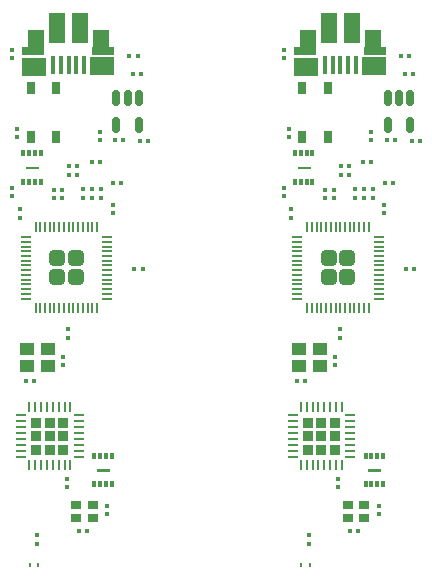
<source format=gbr>
G04 #@! TF.GenerationSoftware,KiCad,Pcbnew,7.0.7*
G04 #@! TF.CreationDate,2023-10-11T15:24:27+07:00*
G04 #@! TF.ProjectId,panel,70616e65-6c2e-46b6-9963-61645f706362,rev?*
G04 #@! TF.SameCoordinates,Original*
G04 #@! TF.FileFunction,Paste,Top*
G04 #@! TF.FilePolarity,Positive*
%FSLAX46Y46*%
G04 Gerber Fmt 4.6, Leading zero omitted, Abs format (unit mm)*
G04 Created by KiCad (PCBNEW 7.0.7) date 2023-10-11 15:24:27*
%MOMM*%
%LPD*%
G01*
G04 APERTURE LIST*
G04 Aperture macros list*
%AMRoundRect*
0 Rectangle with rounded corners*
0 $1 Rounding radius*
0 $2 $3 $4 $5 $6 $7 $8 $9 X,Y pos of 4 corners*
0 Add a 4 corners polygon primitive as box body*
4,1,4,$2,$3,$4,$5,$6,$7,$8,$9,$2,$3,0*
0 Add four circle primitives for the rounded corners*
1,1,$1+$1,$2,$3*
1,1,$1+$1,$4,$5*
1,1,$1+$1,$6,$7*
1,1,$1+$1,$8,$9*
0 Add four rect primitives between the rounded corners*
20,1,$1+$1,$2,$3,$4,$5,0*
20,1,$1+$1,$4,$5,$6,$7,0*
20,1,$1+$1,$6,$7,$8,$9,0*
20,1,$1+$1,$8,$9,$2,$3,0*%
G04 Aperture macros list end*
%ADD10C,0.010000*%
%ADD11RoundRect,0.079500X0.100500X-0.079500X0.100500X0.079500X-0.100500X0.079500X-0.100500X-0.079500X0*%
%ADD12RoundRect,0.079500X0.079500X0.100500X-0.079500X0.100500X-0.079500X-0.100500X0.079500X-0.100500X0*%
%ADD13RoundRect,0.079500X-0.100500X0.079500X-0.100500X-0.079500X0.100500X-0.079500X0.100500X0.079500X0*%
%ADD14RoundRect,0.150000X-0.150000X0.512500X-0.150000X-0.512500X0.150000X-0.512500X0.150000X0.512500X0*%
%ADD15RoundRect,0.079500X-0.079500X-0.100500X0.079500X-0.100500X0.079500X0.100500X-0.079500X0.100500X0*%
%ADD16RoundRect,0.014000X0.161000X-0.231000X0.161000X0.231000X-0.161000X0.231000X-0.161000X-0.231000X0*%
%ADD17R,0.900000X0.800000*%
%ADD18R,0.400000X1.650000*%
%ADD19R,1.825000X0.700000*%
%ADD20R,2.000000X1.500000*%
%ADD21R,1.350000X2.000000*%
%ADD22R,1.430000X2.500000*%
%ADD23R,0.650000X1.050000*%
%ADD24RoundRect,0.232500X0.232500X0.232500X-0.232500X0.232500X-0.232500X-0.232500X0.232500X-0.232500X0*%
%ADD25RoundRect,0.062500X0.375000X0.062500X-0.375000X0.062500X-0.375000X-0.062500X0.375000X-0.062500X0*%
%ADD26RoundRect,0.062500X0.062500X0.375000X-0.062500X0.375000X-0.062500X-0.375000X0.062500X-0.375000X0*%
%ADD27R,1.150000X1.000000*%
%ADD28R,0.200000X0.400000*%
%ADD29RoundRect,0.249999X-0.395001X-0.395001X0.395001X-0.395001X0.395001X0.395001X-0.395001X0.395001X0*%
%ADD30RoundRect,0.050000X-0.387500X-0.050000X0.387500X-0.050000X0.387500X0.050000X-0.387500X0.050000X0*%
%ADD31RoundRect,0.050000X-0.050000X-0.387500X0.050000X-0.387500X0.050000X0.387500X-0.050000X0.387500X0*%
G04 APERTURE END LIST*
G04 #@! TO.C,U5*
D10*
X140460000Y-65980000D02*
X139440000Y-65980000D01*
X139440000Y-65860000D01*
X140460000Y-65860000D01*
X140460000Y-65980000D01*
G36*
X140460000Y-65980000D02*
G01*
X139440000Y-65980000D01*
X139440000Y-65860000D01*
X140460000Y-65860000D01*
X140460000Y-65980000D01*
G37*
G04 #@! TO.C,U3*
X134460000Y-40380000D02*
X133440000Y-40380000D01*
X133440000Y-40260000D01*
X134460000Y-40260000D01*
X134460000Y-40380000D01*
G36*
X134460000Y-40380000D02*
G01*
X133440000Y-40380000D01*
X133440000Y-40260000D01*
X134460000Y-40260000D01*
X134460000Y-40380000D01*
G37*
X157460000Y-40380000D02*
X156440000Y-40380000D01*
X156440000Y-40260000D01*
X157460000Y-40260000D01*
X157460000Y-40380000D01*
G36*
X157460000Y-40380000D02*
G01*
X156440000Y-40380000D01*
X156440000Y-40260000D01*
X157460000Y-40260000D01*
X157460000Y-40380000D01*
G37*
G04 #@! TO.C,U5*
X163460000Y-65980000D02*
X162440000Y-65980000D01*
X162440000Y-65860000D01*
X163460000Y-65860000D01*
X163460000Y-65980000D01*
G36*
X163460000Y-65980000D02*
G01*
X162440000Y-65980000D01*
X162440000Y-65860000D01*
X163460000Y-65860000D01*
X163460000Y-65980000D01*
G37*
G04 #@! TD*
D11*
G04 #@! TO.C,C1*
X161300000Y-42845000D03*
X161300000Y-42155000D03*
G04 #@! TD*
D12*
G04 #@! TO.C,D1*
X142900000Y-30900000D03*
X142210000Y-30900000D03*
G04 #@! TD*
D11*
G04 #@! TO.C,C9*
X159500000Y-42890000D03*
X159500000Y-42200000D03*
G04 #@! TD*
G04 #@! TO.C,D2*
X155300000Y-31065000D03*
X155300000Y-30375000D03*
G04 #@! TD*
D13*
G04 #@! TO.C,C16*
X163300000Y-68955000D03*
X163300000Y-69645000D03*
G04 #@! TD*
D14*
G04 #@! TO.C,U2*
X166000000Y-34425000D03*
X165050000Y-34425000D03*
X164100000Y-34425000D03*
X164100000Y-36700000D03*
X166000000Y-36700000D03*
G04 #@! TD*
D13*
G04 #@! TO.C,R1*
X160100000Y-40210000D03*
X160100000Y-40900000D03*
G04 #@! TD*
D15*
G04 #@! TO.C,C7*
X142635000Y-48900000D03*
X143325000Y-48900000D03*
G04 #@! TD*
D16*
G04 #@! TO.C,U5*
X139200000Y-67140000D03*
X139700000Y-67140000D03*
X140200000Y-67140000D03*
X140700000Y-67140000D03*
X140700000Y-64700000D03*
X140200000Y-64700000D03*
X139700000Y-64700000D03*
X139200000Y-64700000D03*
G04 #@! TD*
D11*
G04 #@! TO.C,C10*
X135800000Y-42890000D03*
X135800000Y-42200000D03*
G04 #@! TD*
D16*
G04 #@! TO.C,U3*
X133200000Y-41540000D03*
X133700000Y-41540000D03*
X134200000Y-41540000D03*
X134700000Y-41540000D03*
X134700000Y-39100000D03*
X134200000Y-39100000D03*
X133700000Y-39100000D03*
X133200000Y-39100000D03*
G04 #@! TD*
D11*
G04 #@! TO.C,R7*
X136900000Y-67390000D03*
X136900000Y-66700000D03*
G04 #@! TD*
D17*
G04 #@! TO.C,Y2*
X160700000Y-70000000D03*
X162100000Y-70000000D03*
X162100000Y-68900000D03*
X160700000Y-68900000D03*
G04 #@! TD*
D15*
G04 #@! TO.C,C7*
X165635000Y-48900000D03*
X166325000Y-48900000D03*
G04 #@! TD*
D11*
G04 #@! TO.C,C1*
X138300000Y-42845000D03*
X138300000Y-42155000D03*
G04 #@! TD*
D13*
G04 #@! TO.C,R5*
X155300000Y-42010000D03*
X155300000Y-42700000D03*
G04 #@! TD*
D18*
G04 #@! TO.C,J1*
X161360000Y-31650000D03*
X160710000Y-31650000D03*
X160060000Y-31650000D03*
X159410000Y-31650000D03*
X158760000Y-31650000D03*
D19*
X163010000Y-30450000D03*
D20*
X162910000Y-31750000D03*
D21*
X162790000Y-29700000D03*
D22*
X161020000Y-28500000D03*
X159100000Y-28500000D03*
D21*
X157310000Y-29700000D03*
D20*
X157160000Y-31770000D03*
D19*
X157060000Y-30450000D03*
G04 #@! TD*
D13*
G04 #@! TO.C,C16*
X140300000Y-68955000D03*
X140300000Y-69645000D03*
G04 #@! TD*
D15*
G04 #@! TO.C,C17*
X160910000Y-71100000D03*
X161600000Y-71100000D03*
G04 #@! TD*
D17*
G04 #@! TO.C,Y2*
X137700000Y-70000000D03*
X139100000Y-70000000D03*
X139100000Y-68900000D03*
X137700000Y-68900000D03*
G04 #@! TD*
D23*
G04 #@! TO.C,SW1*
X156850000Y-37725000D03*
X156850000Y-33575000D03*
X159000000Y-37725000D03*
X159000000Y-33600000D03*
G04 #@! TD*
D24*
G04 #@! TO.C,U4*
X136612500Y-64200000D03*
X136612500Y-63050000D03*
X136612500Y-61900000D03*
X135462500Y-64200000D03*
X135462500Y-63050000D03*
X135462500Y-61900000D03*
X134312500Y-64200000D03*
X134312500Y-63050000D03*
X134312500Y-61900000D03*
D25*
X137900000Y-64800000D03*
X137900000Y-64300000D03*
X137900000Y-63800000D03*
X137900000Y-63300000D03*
X137900000Y-62800000D03*
X137900000Y-62300000D03*
X137900000Y-61800000D03*
X137900000Y-61300000D03*
D26*
X137212500Y-60612500D03*
X136712500Y-60612500D03*
X136212500Y-60612500D03*
X135712500Y-60612500D03*
X135212500Y-60612500D03*
X134712500Y-60612500D03*
X134212500Y-60612500D03*
X133712500Y-60612500D03*
D25*
X133025000Y-61300000D03*
X133025000Y-61800000D03*
X133025000Y-62300000D03*
X133025000Y-62800000D03*
X133025000Y-63300000D03*
X133025000Y-63800000D03*
X133025000Y-64300000D03*
X133025000Y-64800000D03*
D26*
X133712500Y-65487500D03*
X134212500Y-65487500D03*
X134712500Y-65487500D03*
X135212500Y-65487500D03*
X135712500Y-65487500D03*
X136212500Y-65487500D03*
X136712500Y-65487500D03*
X137212500Y-65487500D03*
G04 #@! TD*
D11*
G04 #@! TO.C,C18*
X134390000Y-72140000D03*
X134390000Y-71450000D03*
G04 #@! TD*
D12*
G04 #@! TO.C,D1*
X165900000Y-30900000D03*
X165210000Y-30900000D03*
G04 #@! TD*
D27*
G04 #@! TO.C,Y1*
X156550000Y-57100000D03*
X158300000Y-57100000D03*
X158300000Y-55700000D03*
X156550000Y-55700000D03*
G04 #@! TD*
D13*
G04 #@! TO.C,C14*
X159600000Y-56310000D03*
X159600000Y-57000000D03*
G04 #@! TD*
D28*
G04 #@! TO.C,AE1*
X133765000Y-73940000D03*
X134480000Y-73940000D03*
G04 #@! TD*
D15*
G04 #@! TO.C,C11*
X163810000Y-41600000D03*
X164500000Y-41600000D03*
G04 #@! TD*
D27*
G04 #@! TO.C,Y1*
X133550000Y-57100000D03*
X135300000Y-57100000D03*
X135300000Y-55700000D03*
X133550000Y-55700000D03*
G04 #@! TD*
D28*
G04 #@! TO.C,AE1*
X156765000Y-73940000D03*
X157480000Y-73940000D03*
G04 #@! TD*
D11*
G04 #@! TO.C,R7*
X159900000Y-67390000D03*
X159900000Y-66700000D03*
G04 #@! TD*
G04 #@! TO.C,C4*
X155900000Y-44545000D03*
X155900000Y-43855000D03*
G04 #@! TD*
G04 #@! TO.C,C4*
X132900000Y-44545000D03*
X132900000Y-43855000D03*
G04 #@! TD*
G04 #@! TO.C,C3*
X139800000Y-42845000D03*
X139800000Y-42155000D03*
G04 #@! TD*
D13*
G04 #@! TO.C,C6*
X137000000Y-54010000D03*
X137000000Y-54700000D03*
G04 #@! TD*
D15*
G04 #@! TO.C,R3*
X141010000Y-38000000D03*
X141700000Y-38000000D03*
G04 #@! TD*
G04 #@! TO.C,C5*
X162010000Y-39800000D03*
X162700000Y-39800000D03*
G04 #@! TD*
D16*
G04 #@! TO.C,U3*
X156200000Y-41540000D03*
X156700000Y-41540000D03*
X157200000Y-41540000D03*
X157700000Y-41540000D03*
X157700000Y-39100000D03*
X157200000Y-39100000D03*
X156700000Y-39100000D03*
X156200000Y-39100000D03*
G04 #@! TD*
D13*
G04 #@! TO.C,R1*
X137100000Y-40210000D03*
X137100000Y-40900000D03*
G04 #@! TD*
D23*
G04 #@! TO.C,SW1*
X133850000Y-37725000D03*
X133850000Y-33575000D03*
X136000000Y-37725000D03*
X136000000Y-33600000D03*
G04 #@! TD*
D11*
G04 #@! TO.C,R4*
X139700000Y-37990000D03*
X139700000Y-37300000D03*
G04 #@! TD*
D13*
G04 #@! TO.C,C6*
X160000000Y-54010000D03*
X160000000Y-54700000D03*
G04 #@! TD*
G04 #@! TO.C,R2*
X160800000Y-40210000D03*
X160800000Y-40900000D03*
G04 #@! TD*
D11*
G04 #@! TO.C,C3*
X162800000Y-42845000D03*
X162800000Y-42155000D03*
G04 #@! TD*
D29*
G04 #@! TO.C,U1*
X136062500Y-48000000D03*
X136062500Y-49600000D03*
X137662500Y-48000000D03*
X137662500Y-49600000D03*
D30*
X133425000Y-46200000D03*
X133425000Y-46600000D03*
X133425000Y-47000000D03*
X133425000Y-47400000D03*
X133425000Y-47800000D03*
X133425000Y-48200000D03*
X133425000Y-48600000D03*
X133425000Y-49000000D03*
X133425000Y-49400000D03*
X133425000Y-49800000D03*
X133425000Y-50200000D03*
X133425000Y-50600000D03*
X133425000Y-51000000D03*
X133425000Y-51400000D03*
D31*
X134262500Y-52237500D03*
X134662500Y-52237500D03*
X135062500Y-52237500D03*
X135462500Y-52237500D03*
X135862500Y-52237500D03*
X136262500Y-52237500D03*
X136662500Y-52237500D03*
X137062500Y-52237500D03*
X137462500Y-52237500D03*
X137862500Y-52237500D03*
X138262500Y-52237500D03*
X138662500Y-52237500D03*
X139062500Y-52237500D03*
X139462500Y-52237500D03*
D30*
X140300000Y-51400000D03*
X140300000Y-51000000D03*
X140300000Y-50600000D03*
X140300000Y-50200000D03*
X140300000Y-49800000D03*
X140300000Y-49400000D03*
X140300000Y-49000000D03*
X140300000Y-48600000D03*
X140300000Y-48200000D03*
X140300000Y-47800000D03*
X140300000Y-47400000D03*
X140300000Y-47000000D03*
X140300000Y-46600000D03*
X140300000Y-46200000D03*
D31*
X139462500Y-45362500D03*
X139062500Y-45362500D03*
X138662500Y-45362500D03*
X138262500Y-45362500D03*
X137862500Y-45362500D03*
X137462500Y-45362500D03*
X137062500Y-45362500D03*
X136662500Y-45362500D03*
X136262500Y-45362500D03*
X135862500Y-45362500D03*
X135462500Y-45362500D03*
X135062500Y-45362500D03*
X134662500Y-45362500D03*
X134262500Y-45362500D03*
G04 #@! TD*
D16*
G04 #@! TO.C,U5*
X162200000Y-67140000D03*
X162700000Y-67140000D03*
X163200000Y-67140000D03*
X163700000Y-67140000D03*
X163700000Y-64700000D03*
X163200000Y-64700000D03*
X162700000Y-64700000D03*
X162200000Y-64700000D03*
G04 #@! TD*
D15*
G04 #@! TO.C,C12*
X165510000Y-32400000D03*
X166200000Y-32400000D03*
G04 #@! TD*
D11*
G04 #@! TO.C,C10*
X158800000Y-42890000D03*
X158800000Y-42200000D03*
G04 #@! TD*
G04 #@! TO.C,D2*
X132300000Y-31065000D03*
X132300000Y-30375000D03*
G04 #@! TD*
G04 #@! TO.C,C18*
X157390000Y-72140000D03*
X157390000Y-71450000D03*
G04 #@! TD*
D13*
G04 #@! TO.C,C14*
X136600000Y-56310000D03*
X136600000Y-57000000D03*
G04 #@! TD*
D11*
G04 #@! TO.C,C9*
X136500000Y-42890000D03*
X136500000Y-42200000D03*
G04 #@! TD*
D18*
G04 #@! TO.C,J1*
X138360000Y-31650000D03*
X137710000Y-31650000D03*
X137060000Y-31650000D03*
X136410000Y-31650000D03*
X135760000Y-31650000D03*
D19*
X140010000Y-30450000D03*
D20*
X139910000Y-31750000D03*
D21*
X139790000Y-29700000D03*
D22*
X138020000Y-28500000D03*
X136100000Y-28500000D03*
D21*
X134310000Y-29700000D03*
D20*
X134160000Y-31770000D03*
D19*
X134060000Y-30450000D03*
G04 #@! TD*
D13*
G04 #@! TO.C,R5*
X132300000Y-42010000D03*
X132300000Y-42700000D03*
G04 #@! TD*
D15*
G04 #@! TO.C,R3*
X164010000Y-38000000D03*
X164700000Y-38000000D03*
G04 #@! TD*
G04 #@! TO.C,C11*
X140810000Y-41600000D03*
X141500000Y-41600000D03*
G04 #@! TD*
D11*
G04 #@! TO.C,C8*
X140800000Y-44190000D03*
X140800000Y-43500000D03*
G04 #@! TD*
D15*
G04 #@! TO.C,C12*
X142510000Y-32400000D03*
X143200000Y-32400000D03*
G04 #@! TD*
D11*
G04 #@! TO.C,R4*
X162700000Y-37990000D03*
X162700000Y-37300000D03*
G04 #@! TD*
D14*
G04 #@! TO.C,U2*
X143000000Y-34425000D03*
X142050000Y-34425000D03*
X141100000Y-34425000D03*
X141100000Y-36700000D03*
X143000000Y-36700000D03*
G04 #@! TD*
D15*
G04 #@! TO.C,C15*
X133410000Y-58400000D03*
X134100000Y-58400000D03*
G04 #@! TD*
G04 #@! TO.C,C13*
X166110000Y-38100000D03*
X166800000Y-38100000D03*
G04 #@! TD*
D24*
G04 #@! TO.C,U4*
X159612500Y-64200000D03*
X159612500Y-63050000D03*
X159612500Y-61900000D03*
X158462500Y-64200000D03*
X158462500Y-63050000D03*
X158462500Y-61900000D03*
X157312500Y-64200000D03*
X157312500Y-63050000D03*
X157312500Y-61900000D03*
D25*
X160900000Y-64800000D03*
X160900000Y-64300000D03*
X160900000Y-63800000D03*
X160900000Y-63300000D03*
X160900000Y-62800000D03*
X160900000Y-62300000D03*
X160900000Y-61800000D03*
X160900000Y-61300000D03*
D26*
X160212500Y-60612500D03*
X159712500Y-60612500D03*
X159212500Y-60612500D03*
X158712500Y-60612500D03*
X158212500Y-60612500D03*
X157712500Y-60612500D03*
X157212500Y-60612500D03*
X156712500Y-60612500D03*
D25*
X156025000Y-61300000D03*
X156025000Y-61800000D03*
X156025000Y-62300000D03*
X156025000Y-62800000D03*
X156025000Y-63300000D03*
X156025000Y-63800000D03*
X156025000Y-64300000D03*
X156025000Y-64800000D03*
D26*
X156712500Y-65487500D03*
X157212500Y-65487500D03*
X157712500Y-65487500D03*
X158212500Y-65487500D03*
X158712500Y-65487500D03*
X159212500Y-65487500D03*
X159712500Y-65487500D03*
X160212500Y-65487500D03*
G04 #@! TD*
D11*
G04 #@! TO.C,C2*
X162080000Y-42845000D03*
X162080000Y-42155000D03*
G04 #@! TD*
G04 #@! TO.C,C8*
X163800000Y-44190000D03*
X163800000Y-43500000D03*
G04 #@! TD*
D15*
G04 #@! TO.C,C13*
X143110000Y-38100000D03*
X143800000Y-38100000D03*
G04 #@! TD*
G04 #@! TO.C,C17*
X137910000Y-71100000D03*
X138600000Y-71100000D03*
G04 #@! TD*
D13*
G04 #@! TO.C,R2*
X137800000Y-40210000D03*
X137800000Y-40900000D03*
G04 #@! TD*
G04 #@! TO.C,R6*
X132700000Y-37010000D03*
X132700000Y-37700000D03*
G04 #@! TD*
D15*
G04 #@! TO.C,C15*
X156410000Y-58400000D03*
X157100000Y-58400000D03*
G04 #@! TD*
G04 #@! TO.C,C5*
X139010000Y-39800000D03*
X139700000Y-39800000D03*
G04 #@! TD*
D13*
G04 #@! TO.C,R6*
X155700000Y-37010000D03*
X155700000Y-37700000D03*
G04 #@! TD*
D29*
G04 #@! TO.C,U1*
X159062500Y-48000000D03*
X159062500Y-49600000D03*
X160662500Y-48000000D03*
X160662500Y-49600000D03*
D30*
X156425000Y-46200000D03*
X156425000Y-46600000D03*
X156425000Y-47000000D03*
X156425000Y-47400000D03*
X156425000Y-47800000D03*
X156425000Y-48200000D03*
X156425000Y-48600000D03*
X156425000Y-49000000D03*
X156425000Y-49400000D03*
X156425000Y-49800000D03*
X156425000Y-50200000D03*
X156425000Y-50600000D03*
X156425000Y-51000000D03*
X156425000Y-51400000D03*
D31*
X157262500Y-52237500D03*
X157662500Y-52237500D03*
X158062500Y-52237500D03*
X158462500Y-52237500D03*
X158862500Y-52237500D03*
X159262500Y-52237500D03*
X159662500Y-52237500D03*
X160062500Y-52237500D03*
X160462500Y-52237500D03*
X160862500Y-52237500D03*
X161262500Y-52237500D03*
X161662500Y-52237500D03*
X162062500Y-52237500D03*
X162462500Y-52237500D03*
D30*
X163300000Y-51400000D03*
X163300000Y-51000000D03*
X163300000Y-50600000D03*
X163300000Y-50200000D03*
X163300000Y-49800000D03*
X163300000Y-49400000D03*
X163300000Y-49000000D03*
X163300000Y-48600000D03*
X163300000Y-48200000D03*
X163300000Y-47800000D03*
X163300000Y-47400000D03*
X163300000Y-47000000D03*
X163300000Y-46600000D03*
X163300000Y-46200000D03*
D31*
X162462500Y-45362500D03*
X162062500Y-45362500D03*
X161662500Y-45362500D03*
X161262500Y-45362500D03*
X160862500Y-45362500D03*
X160462500Y-45362500D03*
X160062500Y-45362500D03*
X159662500Y-45362500D03*
X159262500Y-45362500D03*
X158862500Y-45362500D03*
X158462500Y-45362500D03*
X158062500Y-45362500D03*
X157662500Y-45362500D03*
X157262500Y-45362500D03*
G04 #@! TD*
D11*
G04 #@! TO.C,C2*
X139080000Y-42845000D03*
X139080000Y-42155000D03*
G04 #@! TD*
M02*

</source>
